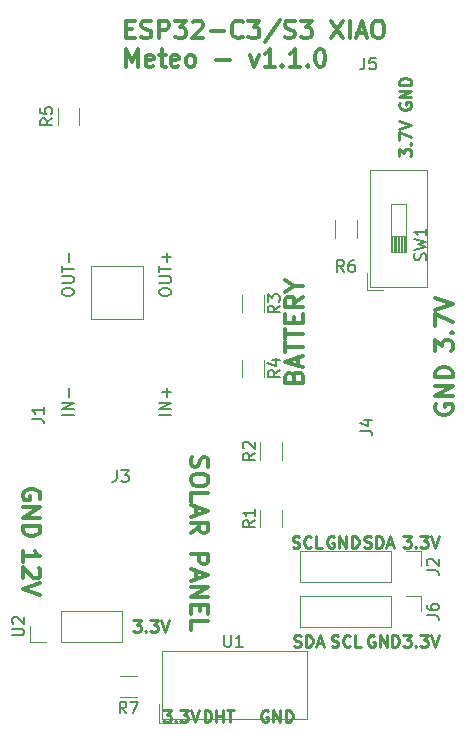
<source format=gbr>
%TF.GenerationSoftware,KiCad,Pcbnew,(6.0.6-0)*%
%TF.CreationDate,2025-06-29T09:16:52+02:00*%
%TF.ProjectId,meteo,6d657465-6f2e-46b6-9963-61645f706362,rev?*%
%TF.SameCoordinates,Original*%
%TF.FileFunction,Legend,Top*%
%TF.FilePolarity,Positive*%
%FSLAX46Y46*%
G04 Gerber Fmt 4.6, Leading zero omitted, Abs format (unit mm)*
G04 Created by KiCad (PCBNEW (6.0.6-0)) date 2025-06-29 09:16:52*
%MOMM*%
%LPD*%
G01*
G04 APERTURE LIST*
%ADD10C,0.250000*%
%ADD11C,0.300000*%
%ADD12C,0.150000*%
%ADD13C,0.120000*%
G04 APERTURE END LIST*
D10*
X224663095Y-84590000D02*
X224567857Y-84542380D01*
X224425000Y-84542380D01*
X224282142Y-84590000D01*
X224186904Y-84685238D01*
X224139285Y-84780476D01*
X224091666Y-84970952D01*
X224091666Y-85113809D01*
X224139285Y-85304285D01*
X224186904Y-85399523D01*
X224282142Y-85494761D01*
X224425000Y-85542380D01*
X224520238Y-85542380D01*
X224663095Y-85494761D01*
X224710714Y-85447142D01*
X224710714Y-85113809D01*
X224520238Y-85113809D01*
X225139285Y-85542380D02*
X225139285Y-84542380D01*
X225710714Y-85542380D01*
X225710714Y-84542380D01*
X226186904Y-85542380D02*
X226186904Y-84542380D01*
X226425000Y-84542380D01*
X226567857Y-84590000D01*
X226663095Y-84685238D01*
X226710714Y-84780476D01*
X226758333Y-84970952D01*
X226758333Y-85113809D01*
X226710714Y-85304285D01*
X226663095Y-85399523D01*
X226567857Y-85494761D01*
X226425000Y-85542380D01*
X226186904Y-85542380D01*
X221059523Y-85494761D02*
X221202380Y-85542380D01*
X221440476Y-85542380D01*
X221535714Y-85494761D01*
X221583333Y-85447142D01*
X221630952Y-85351904D01*
X221630952Y-85256666D01*
X221583333Y-85161428D01*
X221535714Y-85113809D01*
X221440476Y-85066190D01*
X221250000Y-85018571D01*
X221154761Y-84970952D01*
X221107142Y-84923333D01*
X221059523Y-84828095D01*
X221059523Y-84732857D01*
X221107142Y-84637619D01*
X221154761Y-84590000D01*
X221250000Y-84542380D01*
X221488095Y-84542380D01*
X221630952Y-84590000D01*
X222630952Y-85447142D02*
X222583333Y-85494761D01*
X222440476Y-85542380D01*
X222345238Y-85542380D01*
X222202380Y-85494761D01*
X222107142Y-85399523D01*
X222059523Y-85304285D01*
X222011904Y-85113809D01*
X222011904Y-84970952D01*
X222059523Y-84780476D01*
X222107142Y-84685238D01*
X222202380Y-84590000D01*
X222345238Y-84542380D01*
X222440476Y-84542380D01*
X222583333Y-84590000D01*
X222630952Y-84637619D01*
X223535714Y-85542380D02*
X223059523Y-85542380D01*
X223059523Y-84542380D01*
X217860714Y-85494761D02*
X218003571Y-85542380D01*
X218241666Y-85542380D01*
X218336904Y-85494761D01*
X218384523Y-85447142D01*
X218432142Y-85351904D01*
X218432142Y-85256666D01*
X218384523Y-85161428D01*
X218336904Y-85113809D01*
X218241666Y-85066190D01*
X218051190Y-85018571D01*
X217955952Y-84970952D01*
X217908333Y-84923333D01*
X217860714Y-84828095D01*
X217860714Y-84732857D01*
X217908333Y-84637619D01*
X217955952Y-84590000D01*
X218051190Y-84542380D01*
X218289285Y-84542380D01*
X218432142Y-84590000D01*
X218860714Y-85542380D02*
X218860714Y-84542380D01*
X219098809Y-84542380D01*
X219241666Y-84590000D01*
X219336904Y-84685238D01*
X219384523Y-84780476D01*
X219432142Y-84970952D01*
X219432142Y-85113809D01*
X219384523Y-85304285D01*
X219336904Y-85399523D01*
X219241666Y-85494761D01*
X219098809Y-85542380D01*
X218860714Y-85542380D01*
X219813095Y-85256666D02*
X220289285Y-85256666D01*
X219717857Y-85542380D02*
X220051190Y-84542380D01*
X220384523Y-85542380D01*
X227123809Y-84542380D02*
X227742857Y-84542380D01*
X227409523Y-84923333D01*
X227552380Y-84923333D01*
X227647619Y-84970952D01*
X227695238Y-85018571D01*
X227742857Y-85113809D01*
X227742857Y-85351904D01*
X227695238Y-85447142D01*
X227647619Y-85494761D01*
X227552380Y-85542380D01*
X227266666Y-85542380D01*
X227171428Y-85494761D01*
X227123809Y-85447142D01*
X228171428Y-85447142D02*
X228219047Y-85494761D01*
X228171428Y-85542380D01*
X228123809Y-85494761D01*
X228171428Y-85447142D01*
X228171428Y-85542380D01*
X228552380Y-84542380D02*
X229171428Y-84542380D01*
X228838095Y-84923333D01*
X228980952Y-84923333D01*
X229076190Y-84970952D01*
X229123809Y-85018571D01*
X229171428Y-85113809D01*
X229171428Y-85351904D01*
X229123809Y-85447142D01*
X229076190Y-85494761D01*
X228980952Y-85542380D01*
X228695238Y-85542380D01*
X228600000Y-85494761D01*
X228552380Y-85447142D01*
X229457142Y-84542380D02*
X229790476Y-85542380D01*
X230123809Y-84542380D01*
D11*
X217824857Y-62678000D02*
X217896285Y-62463714D01*
X217967714Y-62392285D01*
X218110571Y-62320857D01*
X218324857Y-62320857D01*
X218467714Y-62392285D01*
X218539142Y-62463714D01*
X218610571Y-62606571D01*
X218610571Y-63178000D01*
X217110571Y-63178000D01*
X217110571Y-62678000D01*
X217182000Y-62535142D01*
X217253428Y-62463714D01*
X217396285Y-62392285D01*
X217539142Y-62392285D01*
X217682000Y-62463714D01*
X217753428Y-62535142D01*
X217824857Y-62678000D01*
X217824857Y-63178000D01*
X218182000Y-61749428D02*
X218182000Y-61035142D01*
X218610571Y-61892285D02*
X217110571Y-61392285D01*
X218610571Y-60892285D01*
X217110571Y-60606571D02*
X217110571Y-59749428D01*
X218610571Y-60178000D02*
X217110571Y-60178000D01*
X217110571Y-59463714D02*
X217110571Y-58606571D01*
X218610571Y-59035142D02*
X217110571Y-59035142D01*
X217824857Y-58106571D02*
X217824857Y-57606571D01*
X218610571Y-57392285D02*
X218610571Y-58106571D01*
X217110571Y-58106571D01*
X217110571Y-57392285D01*
X218610571Y-55892285D02*
X217896285Y-56392285D01*
X218610571Y-56749428D02*
X217110571Y-56749428D01*
X217110571Y-56178000D01*
X217182000Y-56035142D01*
X217253428Y-55963714D01*
X217396285Y-55892285D01*
X217610571Y-55892285D01*
X217753428Y-55963714D01*
X217824857Y-56035142D01*
X217896285Y-56178000D01*
X217896285Y-56749428D01*
X217896285Y-54963714D02*
X218610571Y-54963714D01*
X217110571Y-55463714D02*
X217896285Y-54963714D01*
X217110571Y-54463714D01*
D10*
X204263809Y-83272380D02*
X204882857Y-83272380D01*
X204549523Y-83653333D01*
X204692380Y-83653333D01*
X204787619Y-83700952D01*
X204835238Y-83748571D01*
X204882857Y-83843809D01*
X204882857Y-84081904D01*
X204835238Y-84177142D01*
X204787619Y-84224761D01*
X204692380Y-84272380D01*
X204406666Y-84272380D01*
X204311428Y-84224761D01*
X204263809Y-84177142D01*
X205311428Y-84177142D02*
X205359047Y-84224761D01*
X205311428Y-84272380D01*
X205263809Y-84224761D01*
X205311428Y-84177142D01*
X205311428Y-84272380D01*
X205692380Y-83272380D02*
X206311428Y-83272380D01*
X205978095Y-83653333D01*
X206120952Y-83653333D01*
X206216190Y-83700952D01*
X206263809Y-83748571D01*
X206311428Y-83843809D01*
X206311428Y-84081904D01*
X206263809Y-84177142D01*
X206216190Y-84224761D01*
X206120952Y-84272380D01*
X205835238Y-84272380D01*
X205740000Y-84224761D01*
X205692380Y-84177142D01*
X206597142Y-83272380D02*
X206930476Y-84272380D01*
X207263809Y-83272380D01*
D11*
X229810571Y-60507285D02*
X229810571Y-59578714D01*
X230382000Y-60078714D01*
X230382000Y-59864428D01*
X230453428Y-59721571D01*
X230524857Y-59650142D01*
X230667714Y-59578714D01*
X231024857Y-59578714D01*
X231167714Y-59650142D01*
X231239142Y-59721571D01*
X231310571Y-59864428D01*
X231310571Y-60293000D01*
X231239142Y-60435857D01*
X231167714Y-60507285D01*
X231167714Y-58935857D02*
X231239142Y-58864428D01*
X231310571Y-58935857D01*
X231239142Y-59007285D01*
X231167714Y-58935857D01*
X231310571Y-58935857D01*
X229810571Y-58364428D02*
X229810571Y-57364428D01*
X231310571Y-58007285D01*
X229810571Y-57007285D02*
X231310571Y-56507285D01*
X229810571Y-56007285D01*
D10*
X210288333Y-91892380D02*
X210288333Y-90892380D01*
X210526428Y-90892380D01*
X210669285Y-90940000D01*
X210764523Y-91035238D01*
X210812142Y-91130476D01*
X210859761Y-91320952D01*
X210859761Y-91463809D01*
X210812142Y-91654285D01*
X210764523Y-91749523D01*
X210669285Y-91844761D01*
X210526428Y-91892380D01*
X210288333Y-91892380D01*
X211288333Y-91892380D02*
X211288333Y-90892380D01*
X211288333Y-91368571D02*
X211859761Y-91368571D01*
X211859761Y-91892380D02*
X211859761Y-90892380D01*
X212193095Y-90892380D02*
X212764523Y-90892380D01*
X212478809Y-91892380D02*
X212478809Y-90892380D01*
X215646095Y-90940000D02*
X215550857Y-90892380D01*
X215408000Y-90892380D01*
X215265142Y-90940000D01*
X215169904Y-91035238D01*
X215122285Y-91130476D01*
X215074666Y-91320952D01*
X215074666Y-91463809D01*
X215122285Y-91654285D01*
X215169904Y-91749523D01*
X215265142Y-91844761D01*
X215408000Y-91892380D01*
X215503238Y-91892380D01*
X215646095Y-91844761D01*
X215693714Y-91797142D01*
X215693714Y-91463809D01*
X215503238Y-91463809D01*
X216122285Y-91892380D02*
X216122285Y-90892380D01*
X216693714Y-91892380D01*
X216693714Y-90892380D01*
X217169904Y-91892380D02*
X217169904Y-90892380D01*
X217408000Y-90892380D01*
X217550857Y-90940000D01*
X217646095Y-91035238D01*
X217693714Y-91130476D01*
X217741333Y-91320952D01*
X217741333Y-91463809D01*
X217693714Y-91654285D01*
X217646095Y-91749523D01*
X217550857Y-91844761D01*
X217408000Y-91892380D01*
X217169904Y-91892380D01*
X221234095Y-76208000D02*
X221138857Y-76160380D01*
X220996000Y-76160380D01*
X220853142Y-76208000D01*
X220757904Y-76303238D01*
X220710285Y-76398476D01*
X220662666Y-76588952D01*
X220662666Y-76731809D01*
X220710285Y-76922285D01*
X220757904Y-77017523D01*
X220853142Y-77112761D01*
X220996000Y-77160380D01*
X221091238Y-77160380D01*
X221234095Y-77112761D01*
X221281714Y-77065142D01*
X221281714Y-76731809D01*
X221091238Y-76731809D01*
X221710285Y-77160380D02*
X221710285Y-76160380D01*
X222281714Y-77160380D01*
X222281714Y-76160380D01*
X222757904Y-77160380D02*
X222757904Y-76160380D01*
X222996000Y-76160380D01*
X223138857Y-76208000D01*
X223234095Y-76303238D01*
X223281714Y-76398476D01*
X223329333Y-76588952D01*
X223329333Y-76731809D01*
X223281714Y-76922285D01*
X223234095Y-77017523D01*
X223138857Y-77112761D01*
X222996000Y-77160380D01*
X222757904Y-77160380D01*
X223829714Y-77112761D02*
X223972571Y-77160380D01*
X224210666Y-77160380D01*
X224305904Y-77112761D01*
X224353523Y-77065142D01*
X224401142Y-76969904D01*
X224401142Y-76874666D01*
X224353523Y-76779428D01*
X224305904Y-76731809D01*
X224210666Y-76684190D01*
X224020190Y-76636571D01*
X223924952Y-76588952D01*
X223877333Y-76541333D01*
X223829714Y-76446095D01*
X223829714Y-76350857D01*
X223877333Y-76255619D01*
X223924952Y-76208000D01*
X224020190Y-76160380D01*
X224258285Y-76160380D01*
X224401142Y-76208000D01*
X224829714Y-77160380D02*
X224829714Y-76160380D01*
X225067809Y-76160380D01*
X225210666Y-76208000D01*
X225305904Y-76303238D01*
X225353523Y-76398476D01*
X225401142Y-76588952D01*
X225401142Y-76731809D01*
X225353523Y-76922285D01*
X225305904Y-77017523D01*
X225210666Y-77112761D01*
X225067809Y-77160380D01*
X224829714Y-77160380D01*
X225782095Y-76874666D02*
X226258285Y-76874666D01*
X225686857Y-77160380D02*
X226020190Y-76160380D01*
X226353523Y-77160380D01*
X206803809Y-90892380D02*
X207422857Y-90892380D01*
X207089523Y-91273333D01*
X207232380Y-91273333D01*
X207327619Y-91320952D01*
X207375238Y-91368571D01*
X207422857Y-91463809D01*
X207422857Y-91701904D01*
X207375238Y-91797142D01*
X207327619Y-91844761D01*
X207232380Y-91892380D01*
X206946666Y-91892380D01*
X206851428Y-91844761D01*
X206803809Y-91797142D01*
X207851428Y-91797142D02*
X207899047Y-91844761D01*
X207851428Y-91892380D01*
X207803809Y-91844761D01*
X207851428Y-91797142D01*
X207851428Y-91892380D01*
X208232380Y-90892380D02*
X208851428Y-90892380D01*
X208518095Y-91273333D01*
X208660952Y-91273333D01*
X208756190Y-91320952D01*
X208803809Y-91368571D01*
X208851428Y-91463809D01*
X208851428Y-91701904D01*
X208803809Y-91797142D01*
X208756190Y-91844761D01*
X208660952Y-91892380D01*
X208375238Y-91892380D01*
X208280000Y-91844761D01*
X208232380Y-91797142D01*
X209137142Y-90892380D02*
X209470476Y-91892380D01*
X209803809Y-90892380D01*
X226782380Y-44021190D02*
X226782380Y-43402142D01*
X227163333Y-43735476D01*
X227163333Y-43592619D01*
X227210952Y-43497380D01*
X227258571Y-43449761D01*
X227353809Y-43402142D01*
X227591904Y-43402142D01*
X227687142Y-43449761D01*
X227734761Y-43497380D01*
X227782380Y-43592619D01*
X227782380Y-43878333D01*
X227734761Y-43973571D01*
X227687142Y-44021190D01*
X227687142Y-42973571D02*
X227734761Y-42925952D01*
X227782380Y-42973571D01*
X227734761Y-43021190D01*
X227687142Y-42973571D01*
X227782380Y-42973571D01*
X226782380Y-42592619D02*
X226782380Y-41925952D01*
X227782380Y-42354523D01*
X226782380Y-41687857D02*
X227782380Y-41354523D01*
X226782380Y-41021190D01*
D11*
X196330000Y-73025142D02*
X196401428Y-72882285D01*
X196401428Y-72668000D01*
X196330000Y-72453714D01*
X196187142Y-72310857D01*
X196044285Y-72239428D01*
X195758571Y-72168000D01*
X195544285Y-72168000D01*
X195258571Y-72239428D01*
X195115714Y-72310857D01*
X194972857Y-72453714D01*
X194901428Y-72668000D01*
X194901428Y-72810857D01*
X194972857Y-73025142D01*
X195044285Y-73096571D01*
X195544285Y-73096571D01*
X195544285Y-72810857D01*
X194901428Y-73739428D02*
X196401428Y-73739428D01*
X194901428Y-74596571D01*
X196401428Y-74596571D01*
X194901428Y-75310857D02*
X196401428Y-75310857D01*
X196401428Y-75668000D01*
X196330000Y-75882285D01*
X196187142Y-76025142D01*
X196044285Y-76096571D01*
X195758571Y-76168000D01*
X195544285Y-76168000D01*
X195258571Y-76096571D01*
X195115714Y-76025142D01*
X194972857Y-75882285D01*
X194901428Y-75668000D01*
X194901428Y-75310857D01*
D10*
X226830000Y-39496904D02*
X226782380Y-39592142D01*
X226782380Y-39735000D01*
X226830000Y-39877857D01*
X226925238Y-39973095D01*
X227020476Y-40020714D01*
X227210952Y-40068333D01*
X227353809Y-40068333D01*
X227544285Y-40020714D01*
X227639523Y-39973095D01*
X227734761Y-39877857D01*
X227782380Y-39735000D01*
X227782380Y-39639761D01*
X227734761Y-39496904D01*
X227687142Y-39449285D01*
X227353809Y-39449285D01*
X227353809Y-39639761D01*
X227782380Y-39020714D02*
X226782380Y-39020714D01*
X227782380Y-38449285D01*
X226782380Y-38449285D01*
X227782380Y-37973095D02*
X226782380Y-37973095D01*
X226782380Y-37735000D01*
X226830000Y-37592142D01*
X226925238Y-37496904D01*
X227020476Y-37449285D01*
X227210952Y-37401666D01*
X227353809Y-37401666D01*
X227544285Y-37449285D01*
X227639523Y-37496904D01*
X227734761Y-37592142D01*
X227782380Y-37735000D01*
X227782380Y-37973095D01*
X227123809Y-76160380D02*
X227742857Y-76160380D01*
X227409523Y-76541333D01*
X227552380Y-76541333D01*
X227647619Y-76588952D01*
X227695238Y-76636571D01*
X227742857Y-76731809D01*
X227742857Y-76969904D01*
X227695238Y-77065142D01*
X227647619Y-77112761D01*
X227552380Y-77160380D01*
X227266666Y-77160380D01*
X227171428Y-77112761D01*
X227123809Y-77065142D01*
X228171428Y-77065142D02*
X228219047Y-77112761D01*
X228171428Y-77160380D01*
X228123809Y-77112761D01*
X228171428Y-77065142D01*
X228171428Y-77160380D01*
X228552380Y-76160380D02*
X229171428Y-76160380D01*
X228838095Y-76541333D01*
X228980952Y-76541333D01*
X229076190Y-76588952D01*
X229123809Y-76636571D01*
X229171428Y-76731809D01*
X229171428Y-76969904D01*
X229123809Y-77065142D01*
X229076190Y-77112761D01*
X228980952Y-77160380D01*
X228695238Y-77160380D01*
X228600000Y-77112761D01*
X228552380Y-77065142D01*
X229457142Y-76160380D02*
X229790476Y-77160380D01*
X230123809Y-76160380D01*
D11*
X209196857Y-69458000D02*
X209125428Y-69672285D01*
X209125428Y-70029428D01*
X209196857Y-70172285D01*
X209268285Y-70243714D01*
X209411142Y-70315142D01*
X209554000Y-70315142D01*
X209696857Y-70243714D01*
X209768285Y-70172285D01*
X209839714Y-70029428D01*
X209911142Y-69743714D01*
X209982571Y-69600857D01*
X210054000Y-69529428D01*
X210196857Y-69458000D01*
X210339714Y-69458000D01*
X210482571Y-69529428D01*
X210554000Y-69600857D01*
X210625428Y-69743714D01*
X210625428Y-70100857D01*
X210554000Y-70315142D01*
X210625428Y-71243714D02*
X210625428Y-71529428D01*
X210554000Y-71672285D01*
X210411142Y-71815142D01*
X210125428Y-71886571D01*
X209625428Y-71886571D01*
X209339714Y-71815142D01*
X209196857Y-71672285D01*
X209125428Y-71529428D01*
X209125428Y-71243714D01*
X209196857Y-71100857D01*
X209339714Y-70958000D01*
X209625428Y-70886571D01*
X210125428Y-70886571D01*
X210411142Y-70958000D01*
X210554000Y-71100857D01*
X210625428Y-71243714D01*
X209125428Y-73243714D02*
X209125428Y-72529428D01*
X210625428Y-72529428D01*
X209554000Y-73672285D02*
X209554000Y-74386571D01*
X209125428Y-73529428D02*
X210625428Y-74029428D01*
X209125428Y-74529428D01*
X209125428Y-75886571D02*
X209839714Y-75386571D01*
X209125428Y-75029428D02*
X210625428Y-75029428D01*
X210625428Y-75600857D01*
X210554000Y-75743714D01*
X210482571Y-75815142D01*
X210339714Y-75886571D01*
X210125428Y-75886571D01*
X209982571Y-75815142D01*
X209911142Y-75743714D01*
X209839714Y-75600857D01*
X209839714Y-75029428D01*
X209125428Y-77672285D02*
X210625428Y-77672285D01*
X210625428Y-78243714D01*
X210554000Y-78386571D01*
X210482571Y-78458000D01*
X210339714Y-78529428D01*
X210125428Y-78529428D01*
X209982571Y-78458000D01*
X209911142Y-78386571D01*
X209839714Y-78243714D01*
X209839714Y-77672285D01*
X209554000Y-79100857D02*
X209554000Y-79815142D01*
X209125428Y-78958000D02*
X210625428Y-79458000D01*
X209125428Y-79958000D01*
X209125428Y-80458000D02*
X210625428Y-80458000D01*
X209125428Y-81315142D01*
X210625428Y-81315142D01*
X209911142Y-82029428D02*
X209911142Y-82529428D01*
X209125428Y-82743714D02*
X209125428Y-82029428D01*
X210625428Y-82029428D01*
X210625428Y-82743714D01*
X209125428Y-84100857D02*
X209125428Y-83386571D01*
X210625428Y-83386571D01*
X194901428Y-78319428D02*
X194901428Y-77462285D01*
X194901428Y-77890857D02*
X196401428Y-77890857D01*
X196187142Y-77748000D01*
X196044285Y-77605142D01*
X195972857Y-77462285D01*
X196258571Y-78890857D02*
X196330000Y-78962285D01*
X196401428Y-79105142D01*
X196401428Y-79462285D01*
X196330000Y-79605142D01*
X196258571Y-79676571D01*
X196115714Y-79748000D01*
X195972857Y-79748000D01*
X195758571Y-79676571D01*
X194901428Y-78819428D01*
X194901428Y-79748000D01*
X196401428Y-80176571D02*
X194901428Y-80676571D01*
X196401428Y-81176571D01*
X229882000Y-65023857D02*
X229810571Y-65166714D01*
X229810571Y-65381000D01*
X229882000Y-65595285D01*
X230024857Y-65738142D01*
X230167714Y-65809571D01*
X230453428Y-65881000D01*
X230667714Y-65881000D01*
X230953428Y-65809571D01*
X231096285Y-65738142D01*
X231239142Y-65595285D01*
X231310571Y-65381000D01*
X231310571Y-65238142D01*
X231239142Y-65023857D01*
X231167714Y-64952428D01*
X230667714Y-64952428D01*
X230667714Y-65238142D01*
X231310571Y-64309571D02*
X229810571Y-64309571D01*
X231310571Y-63452428D01*
X229810571Y-63452428D01*
X231310571Y-62738142D02*
X229810571Y-62738142D01*
X229810571Y-62381000D01*
X229882000Y-62166714D01*
X230024857Y-62023857D01*
X230167714Y-61952428D01*
X230453428Y-61881000D01*
X230667714Y-61881000D01*
X230953428Y-61952428D01*
X231096285Y-62023857D01*
X231239142Y-62166714D01*
X231310571Y-62381000D01*
X231310571Y-62738142D01*
X203653142Y-33229357D02*
X204153142Y-33229357D01*
X204367428Y-34015071D02*
X203653142Y-34015071D01*
X203653142Y-32515071D01*
X204367428Y-32515071D01*
X204938857Y-33943642D02*
X205153142Y-34015071D01*
X205510285Y-34015071D01*
X205653142Y-33943642D01*
X205724571Y-33872214D01*
X205796000Y-33729357D01*
X205796000Y-33586500D01*
X205724571Y-33443642D01*
X205653142Y-33372214D01*
X205510285Y-33300785D01*
X205224571Y-33229357D01*
X205081714Y-33157928D01*
X205010285Y-33086500D01*
X204938857Y-32943642D01*
X204938857Y-32800785D01*
X205010285Y-32657928D01*
X205081714Y-32586500D01*
X205224571Y-32515071D01*
X205581714Y-32515071D01*
X205796000Y-32586500D01*
X206438857Y-34015071D02*
X206438857Y-32515071D01*
X207010285Y-32515071D01*
X207153142Y-32586500D01*
X207224571Y-32657928D01*
X207296000Y-32800785D01*
X207296000Y-33015071D01*
X207224571Y-33157928D01*
X207153142Y-33229357D01*
X207010285Y-33300785D01*
X206438857Y-33300785D01*
X207796000Y-32515071D02*
X208724571Y-32515071D01*
X208224571Y-33086500D01*
X208438857Y-33086500D01*
X208581714Y-33157928D01*
X208653142Y-33229357D01*
X208724571Y-33372214D01*
X208724571Y-33729357D01*
X208653142Y-33872214D01*
X208581714Y-33943642D01*
X208438857Y-34015071D01*
X208010285Y-34015071D01*
X207867428Y-33943642D01*
X207796000Y-33872214D01*
X209296000Y-32657928D02*
X209367428Y-32586500D01*
X209510285Y-32515071D01*
X209867428Y-32515071D01*
X210010285Y-32586500D01*
X210081714Y-32657928D01*
X210153142Y-32800785D01*
X210153142Y-32943642D01*
X210081714Y-33157928D01*
X209224571Y-34015071D01*
X210153142Y-34015071D01*
X210796000Y-33443642D02*
X211938857Y-33443642D01*
X213510285Y-33872214D02*
X213438857Y-33943642D01*
X213224571Y-34015071D01*
X213081714Y-34015071D01*
X212867428Y-33943642D01*
X212724571Y-33800785D01*
X212653142Y-33657928D01*
X212581714Y-33372214D01*
X212581714Y-33157928D01*
X212653142Y-32872214D01*
X212724571Y-32729357D01*
X212867428Y-32586500D01*
X213081714Y-32515071D01*
X213224571Y-32515071D01*
X213438857Y-32586500D01*
X213510285Y-32657928D01*
X214010285Y-32515071D02*
X214938857Y-32515071D01*
X214438857Y-33086500D01*
X214653142Y-33086500D01*
X214796000Y-33157928D01*
X214867428Y-33229357D01*
X214938857Y-33372214D01*
X214938857Y-33729357D01*
X214867428Y-33872214D01*
X214796000Y-33943642D01*
X214653142Y-34015071D01*
X214224571Y-34015071D01*
X214081714Y-33943642D01*
X214010285Y-33872214D01*
X216653142Y-32443642D02*
X215367428Y-34372214D01*
X217081714Y-33943642D02*
X217296000Y-34015071D01*
X217653142Y-34015071D01*
X217796000Y-33943642D01*
X217867428Y-33872214D01*
X217938857Y-33729357D01*
X217938857Y-33586500D01*
X217867428Y-33443642D01*
X217796000Y-33372214D01*
X217653142Y-33300785D01*
X217367428Y-33229357D01*
X217224571Y-33157928D01*
X217153142Y-33086500D01*
X217081714Y-32943642D01*
X217081714Y-32800785D01*
X217153142Y-32657928D01*
X217224571Y-32586500D01*
X217367428Y-32515071D01*
X217724571Y-32515071D01*
X217938857Y-32586500D01*
X218438857Y-32515071D02*
X219367428Y-32515071D01*
X218867428Y-33086500D01*
X219081714Y-33086500D01*
X219224571Y-33157928D01*
X219296000Y-33229357D01*
X219367428Y-33372214D01*
X219367428Y-33729357D01*
X219296000Y-33872214D01*
X219224571Y-33943642D01*
X219081714Y-34015071D01*
X218653142Y-34015071D01*
X218510285Y-33943642D01*
X218438857Y-33872214D01*
X221010285Y-32515071D02*
X222010285Y-34015071D01*
X222010285Y-32515071D02*
X221010285Y-34015071D01*
X222581714Y-34015071D02*
X222581714Y-32515071D01*
X223224571Y-33586500D02*
X223938857Y-33586500D01*
X223081714Y-34015071D02*
X223581714Y-32515071D01*
X224081714Y-34015071D01*
X224867428Y-32515071D02*
X225153142Y-32515071D01*
X225296000Y-32586500D01*
X225438857Y-32729357D01*
X225510285Y-33015071D01*
X225510285Y-33515071D01*
X225438857Y-33800785D01*
X225296000Y-33943642D01*
X225153142Y-34015071D01*
X224867428Y-34015071D01*
X224724571Y-33943642D01*
X224581714Y-33800785D01*
X224510285Y-33515071D01*
X224510285Y-33015071D01*
X224581714Y-32729357D01*
X224724571Y-32586500D01*
X224867428Y-32515071D01*
X203653142Y-36430071D02*
X203653142Y-34930071D01*
X204153142Y-36001500D01*
X204653142Y-34930071D01*
X204653142Y-36430071D01*
X205938857Y-36358642D02*
X205796000Y-36430071D01*
X205510285Y-36430071D01*
X205367428Y-36358642D01*
X205296000Y-36215785D01*
X205296000Y-35644357D01*
X205367428Y-35501500D01*
X205510285Y-35430071D01*
X205796000Y-35430071D01*
X205938857Y-35501500D01*
X206010285Y-35644357D01*
X206010285Y-35787214D01*
X205296000Y-35930071D01*
X206438857Y-35430071D02*
X207010285Y-35430071D01*
X206653142Y-34930071D02*
X206653142Y-36215785D01*
X206724571Y-36358642D01*
X206867428Y-36430071D01*
X207010285Y-36430071D01*
X208081714Y-36358642D02*
X207938857Y-36430071D01*
X207653142Y-36430071D01*
X207510285Y-36358642D01*
X207438857Y-36215785D01*
X207438857Y-35644357D01*
X207510285Y-35501500D01*
X207653142Y-35430071D01*
X207938857Y-35430071D01*
X208081714Y-35501500D01*
X208153142Y-35644357D01*
X208153142Y-35787214D01*
X207438857Y-35930071D01*
X209010285Y-36430071D02*
X208867428Y-36358642D01*
X208796000Y-36287214D01*
X208724571Y-36144357D01*
X208724571Y-35715785D01*
X208796000Y-35572928D01*
X208867428Y-35501500D01*
X209010285Y-35430071D01*
X209224571Y-35430071D01*
X209367428Y-35501500D01*
X209438857Y-35572928D01*
X209510285Y-35715785D01*
X209510285Y-36144357D01*
X209438857Y-36287214D01*
X209367428Y-36358642D01*
X209224571Y-36430071D01*
X209010285Y-36430071D01*
X211296000Y-35858642D02*
X212438857Y-35858642D01*
X214153142Y-35430071D02*
X214510285Y-36430071D01*
X214867428Y-35430071D01*
X216224571Y-36430071D02*
X215367428Y-36430071D01*
X215796000Y-36430071D02*
X215796000Y-34930071D01*
X215653142Y-35144357D01*
X215510285Y-35287214D01*
X215367428Y-35358642D01*
X216867428Y-36287214D02*
X216938857Y-36358642D01*
X216867428Y-36430071D01*
X216796000Y-36358642D01*
X216867428Y-36287214D01*
X216867428Y-36430071D01*
X218367428Y-36430071D02*
X217510285Y-36430071D01*
X217938857Y-36430071D02*
X217938857Y-34930071D01*
X217796000Y-35144357D01*
X217653142Y-35287214D01*
X217510285Y-35358642D01*
X219010285Y-36287214D02*
X219081714Y-36358642D01*
X219010285Y-36430071D01*
X218938857Y-36358642D01*
X219010285Y-36287214D01*
X219010285Y-36430071D01*
X220010285Y-34930071D02*
X220153142Y-34930071D01*
X220296000Y-35001500D01*
X220367428Y-35072928D01*
X220438857Y-35215785D01*
X220510285Y-35501500D01*
X220510285Y-35858642D01*
X220438857Y-36144357D01*
X220367428Y-36287214D01*
X220296000Y-36358642D01*
X220153142Y-36430071D01*
X220010285Y-36430071D01*
X219867428Y-36358642D01*
X219796000Y-36287214D01*
X219724571Y-36144357D01*
X219653142Y-35858642D01*
X219653142Y-35501500D01*
X219724571Y-35215785D01*
X219796000Y-35072928D01*
X219867428Y-35001500D01*
X220010285Y-34930071D01*
D10*
X217757523Y-77112761D02*
X217900380Y-77160380D01*
X218138476Y-77160380D01*
X218233714Y-77112761D01*
X218281333Y-77065142D01*
X218328952Y-76969904D01*
X218328952Y-76874666D01*
X218281333Y-76779428D01*
X218233714Y-76731809D01*
X218138476Y-76684190D01*
X217948000Y-76636571D01*
X217852761Y-76588952D01*
X217805142Y-76541333D01*
X217757523Y-76446095D01*
X217757523Y-76350857D01*
X217805142Y-76255619D01*
X217852761Y-76208000D01*
X217948000Y-76160380D01*
X218186095Y-76160380D01*
X218328952Y-76208000D01*
X219328952Y-77065142D02*
X219281333Y-77112761D01*
X219138476Y-77160380D01*
X219043238Y-77160380D01*
X218900380Y-77112761D01*
X218805142Y-77017523D01*
X218757523Y-76922285D01*
X218709904Y-76731809D01*
X218709904Y-76588952D01*
X218757523Y-76398476D01*
X218805142Y-76303238D01*
X218900380Y-76208000D01*
X219043238Y-76160380D01*
X219138476Y-76160380D01*
X219281333Y-76208000D01*
X219328952Y-76255619D01*
X220233714Y-77160380D02*
X219757523Y-77160380D01*
X219757523Y-76160380D01*
D12*
%TO.C,R7*%
X203668333Y-91172380D02*
X203335000Y-90696190D01*
X203096904Y-91172380D02*
X203096904Y-90172380D01*
X203477857Y-90172380D01*
X203573095Y-90220000D01*
X203620714Y-90267619D01*
X203668333Y-90362857D01*
X203668333Y-90505714D01*
X203620714Y-90600952D01*
X203573095Y-90648571D01*
X203477857Y-90696190D01*
X203096904Y-90696190D01*
X204001666Y-90172380D02*
X204668333Y-90172380D01*
X204239761Y-91172380D01*
%TO.C,R6*%
X222083333Y-53792380D02*
X221750000Y-53316190D01*
X221511904Y-53792380D02*
X221511904Y-52792380D01*
X221892857Y-52792380D01*
X221988095Y-52840000D01*
X222035714Y-52887619D01*
X222083333Y-52982857D01*
X222083333Y-53125714D01*
X222035714Y-53220952D01*
X221988095Y-53268571D01*
X221892857Y-53316190D01*
X221511904Y-53316190D01*
X222940476Y-52792380D02*
X222750000Y-52792380D01*
X222654761Y-52840000D01*
X222607142Y-52887619D01*
X222511904Y-53030476D01*
X222464285Y-53220952D01*
X222464285Y-53601904D01*
X222511904Y-53697142D01*
X222559523Y-53744761D01*
X222654761Y-53792380D01*
X222845238Y-53792380D01*
X222940476Y-53744761D01*
X222988095Y-53697142D01*
X223035714Y-53601904D01*
X223035714Y-53363809D01*
X222988095Y-53268571D01*
X222940476Y-53220952D01*
X222845238Y-53173333D01*
X222654761Y-53173333D01*
X222559523Y-53220952D01*
X222511904Y-53268571D01*
X222464285Y-53363809D01*
%TO.C,R1*%
X214532380Y-74842666D02*
X214056190Y-75176000D01*
X214532380Y-75414095D02*
X213532380Y-75414095D01*
X213532380Y-75033142D01*
X213580000Y-74937904D01*
X213627619Y-74890285D01*
X213722857Y-74842666D01*
X213865714Y-74842666D01*
X213960952Y-74890285D01*
X214008571Y-74937904D01*
X214056190Y-75033142D01*
X214056190Y-75414095D01*
X214532380Y-73890285D02*
X214532380Y-74461714D01*
X214532380Y-74176000D02*
X213532380Y-74176000D01*
X213675238Y-74271238D01*
X213770476Y-74366476D01*
X213818095Y-74461714D01*
%TO.C,J3*%
X202866666Y-70572380D02*
X202866666Y-71286666D01*
X202819047Y-71429523D01*
X202723809Y-71524761D01*
X202580952Y-71572380D01*
X202485714Y-71572380D01*
X203247619Y-70572380D02*
X203866666Y-70572380D01*
X203533333Y-70953333D01*
X203676190Y-70953333D01*
X203771428Y-71000952D01*
X203819047Y-71048571D01*
X203866666Y-71143809D01*
X203866666Y-71381904D01*
X203819047Y-71477142D01*
X203771428Y-71524761D01*
X203676190Y-71572380D01*
X203390476Y-71572380D01*
X203295238Y-71524761D01*
X203247619Y-71477142D01*
%TO.C,R3*%
X216648380Y-56655666D02*
X216172190Y-56989000D01*
X216648380Y-57227095D02*
X215648380Y-57227095D01*
X215648380Y-56846142D01*
X215696000Y-56750904D01*
X215743619Y-56703285D01*
X215838857Y-56655666D01*
X215981714Y-56655666D01*
X216076952Y-56703285D01*
X216124571Y-56750904D01*
X216172190Y-56846142D01*
X216172190Y-57227095D01*
X215648380Y-56322333D02*
X215648380Y-55703285D01*
X216029333Y-56036619D01*
X216029333Y-55893761D01*
X216076952Y-55798523D01*
X216124571Y-55750904D01*
X216219809Y-55703285D01*
X216457904Y-55703285D01*
X216553142Y-55750904D01*
X216600761Y-55798523D01*
X216648380Y-55893761D01*
X216648380Y-56179476D01*
X216600761Y-56274714D01*
X216553142Y-56322333D01*
%TO.C,J4*%
X223480380Y-67262333D02*
X224194666Y-67262333D01*
X224337523Y-67309952D01*
X224432761Y-67405190D01*
X224480380Y-67548047D01*
X224480380Y-67643285D01*
X223813714Y-66357571D02*
X224480380Y-66357571D01*
X223432761Y-66595666D02*
X224147047Y-66833761D01*
X224147047Y-66214714D01*
%TO.C,R2*%
X214532380Y-69127666D02*
X214056190Y-69461000D01*
X214532380Y-69699095D02*
X213532380Y-69699095D01*
X213532380Y-69318142D01*
X213580000Y-69222904D01*
X213627619Y-69175285D01*
X213722857Y-69127666D01*
X213865714Y-69127666D01*
X213960952Y-69175285D01*
X214008571Y-69222904D01*
X214056190Y-69318142D01*
X214056190Y-69699095D01*
X213627619Y-68746714D02*
X213580000Y-68699095D01*
X213532380Y-68603857D01*
X213532380Y-68365761D01*
X213580000Y-68270523D01*
X213627619Y-68222904D01*
X213722857Y-68175285D01*
X213818095Y-68175285D01*
X213960952Y-68222904D01*
X214532380Y-68794333D01*
X214532380Y-68175285D01*
%TO.C,J1*%
X195667380Y-66246333D02*
X196381666Y-66246333D01*
X196524523Y-66293952D01*
X196619761Y-66389190D01*
X196667380Y-66532047D01*
X196667380Y-66627285D01*
X196667380Y-65246333D02*
X196667380Y-65817761D01*
X196667380Y-65532047D02*
X195667380Y-65532047D01*
X195810238Y-65627285D01*
X195905476Y-65722523D01*
X195953095Y-65817761D01*
X206462380Y-55594047D02*
X206462380Y-55403571D01*
X206510000Y-55308333D01*
X206605238Y-55213095D01*
X206795714Y-55165476D01*
X207129047Y-55165476D01*
X207319523Y-55213095D01*
X207414761Y-55308333D01*
X207462380Y-55403571D01*
X207462380Y-55594047D01*
X207414761Y-55689285D01*
X207319523Y-55784523D01*
X207129047Y-55832142D01*
X206795714Y-55832142D01*
X206605238Y-55784523D01*
X206510000Y-55689285D01*
X206462380Y-55594047D01*
X206462380Y-54736904D02*
X207271904Y-54736904D01*
X207367142Y-54689285D01*
X207414761Y-54641666D01*
X207462380Y-54546428D01*
X207462380Y-54355952D01*
X207414761Y-54260714D01*
X207367142Y-54213095D01*
X207271904Y-54165476D01*
X206462380Y-54165476D01*
X206462380Y-53832142D02*
X206462380Y-53260714D01*
X207462380Y-53546428D02*
X206462380Y-53546428D01*
X207081428Y-52927380D02*
X207081428Y-52165476D01*
X207462380Y-52546428D02*
X206700476Y-52546428D01*
X207462380Y-65912857D02*
X206462380Y-65912857D01*
X207462380Y-65436666D02*
X206462380Y-65436666D01*
X207462380Y-64865238D01*
X206462380Y-64865238D01*
X207081428Y-64389047D02*
X207081428Y-63627142D01*
X207462380Y-64008095D02*
X206700476Y-64008095D01*
X199207380Y-65912857D02*
X198207380Y-65912857D01*
X199207380Y-65436666D02*
X198207380Y-65436666D01*
X199207380Y-64865238D01*
X198207380Y-64865238D01*
X198826428Y-64389047D02*
X198826428Y-63627142D01*
X198207380Y-55594047D02*
X198207380Y-55403571D01*
X198255000Y-55308333D01*
X198350238Y-55213095D01*
X198540714Y-55165476D01*
X198874047Y-55165476D01*
X199064523Y-55213095D01*
X199159761Y-55308333D01*
X199207380Y-55403571D01*
X199207380Y-55594047D01*
X199159761Y-55689285D01*
X199064523Y-55784523D01*
X198874047Y-55832142D01*
X198540714Y-55832142D01*
X198350238Y-55784523D01*
X198255000Y-55689285D01*
X198207380Y-55594047D01*
X198207380Y-54736904D02*
X199016904Y-54736904D01*
X199112142Y-54689285D01*
X199159761Y-54641666D01*
X199207380Y-54546428D01*
X199207380Y-54355952D01*
X199159761Y-54260714D01*
X199112142Y-54213095D01*
X199016904Y-54165476D01*
X198207380Y-54165476D01*
X198207380Y-53832142D02*
X198207380Y-53260714D01*
X199207380Y-53546428D02*
X198207380Y-53546428D01*
X198826428Y-52927380D02*
X198826428Y-52165476D01*
%TO.C,J5*%
X223821666Y-35647380D02*
X223821666Y-36361666D01*
X223774047Y-36504523D01*
X223678809Y-36599761D01*
X223535952Y-36647380D01*
X223440714Y-36647380D01*
X224774047Y-35647380D02*
X224297857Y-35647380D01*
X224250238Y-36123571D01*
X224297857Y-36075952D01*
X224393095Y-36028333D01*
X224631190Y-36028333D01*
X224726428Y-36075952D01*
X224774047Y-36123571D01*
X224821666Y-36218809D01*
X224821666Y-36456904D01*
X224774047Y-36552142D01*
X224726428Y-36599761D01*
X224631190Y-36647380D01*
X224393095Y-36647380D01*
X224297857Y-36599761D01*
X224250238Y-36552142D01*
%TO.C,R5*%
X197387380Y-40806666D02*
X196911190Y-41140000D01*
X197387380Y-41378095D02*
X196387380Y-41378095D01*
X196387380Y-40997142D01*
X196435000Y-40901904D01*
X196482619Y-40854285D01*
X196577857Y-40806666D01*
X196720714Y-40806666D01*
X196815952Y-40854285D01*
X196863571Y-40901904D01*
X196911190Y-40997142D01*
X196911190Y-41378095D01*
X196387380Y-39901904D02*
X196387380Y-40378095D01*
X196863571Y-40425714D01*
X196815952Y-40378095D01*
X196768333Y-40282857D01*
X196768333Y-40044761D01*
X196815952Y-39949523D01*
X196863571Y-39901904D01*
X196958809Y-39854285D01*
X197196904Y-39854285D01*
X197292142Y-39901904D01*
X197339761Y-39949523D01*
X197387380Y-40044761D01*
X197387380Y-40282857D01*
X197339761Y-40378095D01*
X197292142Y-40425714D01*
%TO.C,J6*%
X229102380Y-82883333D02*
X229816666Y-82883333D01*
X229959523Y-82930952D01*
X230054761Y-83026190D01*
X230102380Y-83169047D01*
X230102380Y-83264285D01*
X229102380Y-81978571D02*
X229102380Y-82169047D01*
X229150000Y-82264285D01*
X229197619Y-82311904D01*
X229340476Y-82407142D01*
X229530952Y-82454761D01*
X229911904Y-82454761D01*
X230007142Y-82407142D01*
X230054761Y-82359523D01*
X230102380Y-82264285D01*
X230102380Y-82073809D01*
X230054761Y-81978571D01*
X230007142Y-81930952D01*
X229911904Y-81883333D01*
X229673809Y-81883333D01*
X229578571Y-81930952D01*
X229530952Y-81978571D01*
X229483333Y-82073809D01*
X229483333Y-82264285D01*
X229530952Y-82359523D01*
X229578571Y-82407142D01*
X229673809Y-82454761D01*
%TO.C,U1*%
X211963095Y-84542380D02*
X211963095Y-85351904D01*
X212010714Y-85447142D01*
X212058333Y-85494761D01*
X212153571Y-85542380D01*
X212344047Y-85542380D01*
X212439285Y-85494761D01*
X212486904Y-85447142D01*
X212534523Y-85351904D01*
X212534523Y-84542380D01*
X213534523Y-85542380D02*
X212963095Y-85542380D01*
X213248809Y-85542380D02*
X213248809Y-84542380D01*
X213153571Y-84685238D01*
X213058333Y-84780476D01*
X212963095Y-84828095D01*
%TO.C,SW1*%
X229004761Y-52809166D02*
X229052380Y-52666309D01*
X229052380Y-52428213D01*
X229004761Y-52332975D01*
X228957142Y-52285356D01*
X228861904Y-52237737D01*
X228766666Y-52237737D01*
X228671428Y-52285356D01*
X228623809Y-52332975D01*
X228576190Y-52428213D01*
X228528571Y-52618690D01*
X228480952Y-52713928D01*
X228433333Y-52761547D01*
X228338095Y-52809166D01*
X228242857Y-52809166D01*
X228147619Y-52761547D01*
X228100000Y-52713928D01*
X228052380Y-52618690D01*
X228052380Y-52380594D01*
X228100000Y-52237737D01*
X228052380Y-51904404D02*
X229052380Y-51666309D01*
X228338095Y-51475833D01*
X229052380Y-51285356D01*
X228052380Y-51047261D01*
X229052380Y-50142499D02*
X229052380Y-50713928D01*
X229052380Y-50428213D02*
X228052380Y-50428213D01*
X228195238Y-50523452D01*
X228290476Y-50618690D01*
X228338095Y-50713928D01*
%TO.C,J2*%
X229102380Y-79073333D02*
X229816666Y-79073333D01*
X229959523Y-79120952D01*
X230054761Y-79216190D01*
X230102380Y-79359047D01*
X230102380Y-79454285D01*
X229197619Y-78644761D02*
X229150000Y-78597142D01*
X229102380Y-78501904D01*
X229102380Y-78263809D01*
X229150000Y-78168571D01*
X229197619Y-78120952D01*
X229292857Y-78073333D01*
X229388095Y-78073333D01*
X229530952Y-78120952D01*
X230102380Y-78692380D01*
X230102380Y-78073333D01*
%TO.C,R4*%
X216648380Y-62116666D02*
X216172190Y-62450000D01*
X216648380Y-62688095D02*
X215648380Y-62688095D01*
X215648380Y-62307142D01*
X215696000Y-62211904D01*
X215743619Y-62164285D01*
X215838857Y-62116666D01*
X215981714Y-62116666D01*
X216076952Y-62164285D01*
X216124571Y-62211904D01*
X216172190Y-62307142D01*
X216172190Y-62688095D01*
X215981714Y-61259523D02*
X216648380Y-61259523D01*
X215600761Y-61497619D02*
X216315047Y-61735714D01*
X216315047Y-61116666D01*
%TO.C,U2*%
X193987380Y-84581904D02*
X194796904Y-84581904D01*
X194892142Y-84534285D01*
X194939761Y-84486666D01*
X194987380Y-84391428D01*
X194987380Y-84200952D01*
X194939761Y-84105714D01*
X194892142Y-84058095D01*
X194796904Y-84010476D01*
X193987380Y-84010476D01*
X194082619Y-83581904D02*
X194035000Y-83534285D01*
X193987380Y-83439047D01*
X193987380Y-83200952D01*
X194035000Y-83105714D01*
X194082619Y-83058095D01*
X194177857Y-83010476D01*
X194273095Y-83010476D01*
X194415952Y-83058095D01*
X194987380Y-83629523D01*
X194987380Y-83010476D01*
D13*
%TO.C,R7*%
X204562064Y-89810000D02*
X203107936Y-89810000D01*
X204562064Y-87990000D02*
X203107936Y-87990000D01*
%TO.C,R6*%
X223160000Y-49437936D02*
X223160000Y-50892064D01*
X221340000Y-49437936D02*
X221340000Y-50892064D01*
%TO.C,R1*%
X214990000Y-75403064D02*
X214990000Y-73948936D01*
X216810000Y-75403064D02*
X216810000Y-73948936D01*
%TO.C,R3*%
X215286000Y-55761936D02*
X215286000Y-57216064D01*
X213466000Y-55761936D02*
X213466000Y-57216064D01*
%TO.C,R2*%
X214990000Y-69688064D02*
X214990000Y-68233936D01*
X216810000Y-69688064D02*
X216810000Y-68233936D01*
%TO.C,J1*%
X200660000Y-57785000D02*
X205105000Y-57785000D01*
X205105000Y-57785000D02*
X205105000Y-53340000D01*
X205105000Y-53340000D02*
X200660000Y-53340000D01*
X200660000Y-53340000D02*
X200660000Y-57785000D01*
%TO.C,R5*%
X197845000Y-41367064D02*
X197845000Y-39912936D01*
X199665000Y-41367064D02*
X199665000Y-39912936D01*
%TO.C,J6*%
X226050000Y-83880000D02*
X218370000Y-83880000D01*
X227320000Y-81220000D02*
X228650000Y-81220000D01*
X218370000Y-81220000D02*
X218370000Y-83880000D01*
X226050000Y-81220000D02*
X226050000Y-83880000D01*
X228650000Y-81220000D02*
X228650000Y-82550000D01*
X226050000Y-81220000D02*
X218370000Y-81220000D01*
%TO.C,U1*%
X218952500Y-85922500D02*
X218952500Y-91682500D01*
X206692500Y-85922500D02*
X218952500Y-85922500D01*
X206692500Y-91672500D02*
X206692500Y-85932500D01*
X206412500Y-91962500D02*
X206412500Y-90352500D01*
X218952500Y-91682500D02*
X206702500Y-91682500D01*
X206412500Y-91962500D02*
X208412500Y-91962500D01*
%TO.C,SW1*%
X226060000Y-48092500D02*
X226060000Y-52152500D01*
X229115000Y-55072500D02*
X229115000Y-45172500D01*
X227140000Y-52152500D02*
X227140000Y-50799167D01*
X226900000Y-52152500D02*
X226900000Y-50799167D01*
X226180000Y-52152500D02*
X226180000Y-50799167D01*
X226780000Y-52152500D02*
X226780000Y-50799167D01*
X224275000Y-55072500D02*
X229115000Y-55072500D01*
X226300000Y-52152500D02*
X226300000Y-50799167D01*
X224275000Y-45172500D02*
X229115000Y-45172500D01*
X227020000Y-52152500D02*
X227020000Y-50799167D01*
X227330000Y-48092500D02*
X226060000Y-48092500D01*
X226420000Y-52152500D02*
X226420000Y-50799167D01*
X226660000Y-52152500D02*
X226660000Y-50799167D01*
X227260000Y-52152500D02*
X227260000Y-50799167D01*
X227330000Y-52152500D02*
X227330000Y-48092500D01*
X226060000Y-52152500D02*
X227330000Y-52152500D01*
X226540000Y-52152500D02*
X226540000Y-50799167D01*
X226060000Y-50799167D02*
X227330000Y-50799167D01*
X224035000Y-55312500D02*
X224035000Y-53928500D01*
X224035000Y-55312500D02*
X225418000Y-55312500D01*
X224275000Y-55072500D02*
X224275000Y-45172500D01*
%TO.C,J2*%
X226050000Y-80070000D02*
X218370000Y-80070000D01*
X227320000Y-77410000D02*
X228650000Y-77410000D01*
X218370000Y-77410000D02*
X218370000Y-80070000D01*
X226050000Y-77410000D02*
X226050000Y-80070000D01*
X228650000Y-77410000D02*
X228650000Y-78740000D01*
X226050000Y-77410000D02*
X218370000Y-77410000D01*
%TO.C,R4*%
X215286000Y-61222936D02*
X215286000Y-62677064D01*
X213466000Y-61222936D02*
X213466000Y-62677064D01*
%TO.C,U2*%
X203275000Y-85150000D02*
X203275000Y-82490000D01*
X198135000Y-85150000D02*
X203275000Y-85150000D01*
X196865000Y-85150000D02*
X195535000Y-85150000D01*
X198135000Y-82490000D02*
X203275000Y-82490000D01*
X195535000Y-85150000D02*
X195535000Y-83820000D01*
X198135000Y-85150000D02*
X198135000Y-82490000D01*
%TD*%
M02*

</source>
